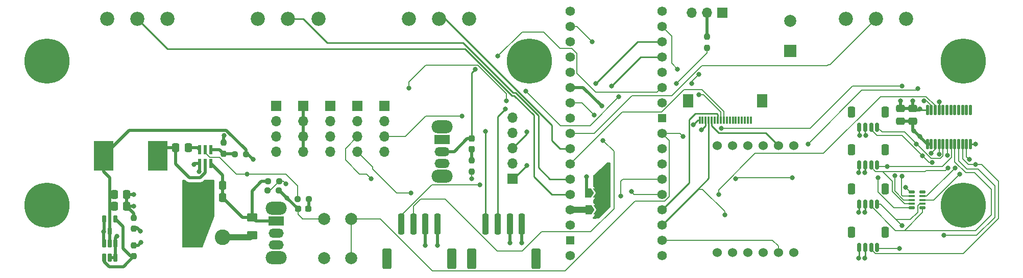
<source format=gbr>
%TF.GenerationSoftware,KiCad,Pcbnew,7.0.1-0*%
%TF.CreationDate,2023-07-27T20:08:02-04:00*%
%TF.ProjectId,Segway V3,53656777-6179-4205-9633-2e6b69636164,V1*%
%TF.SameCoordinates,Original*%
%TF.FileFunction,Copper,L1,Top*%
%TF.FilePolarity,Positive*%
%FSLAX46Y46*%
G04 Gerber Fmt 4.6, Leading zero omitted, Abs format (unit mm)*
G04 Created by KiCad (PCBNEW 7.0.1-0) date 2023-07-27 20:08:02*
%MOMM*%
%LPD*%
G01*
G04 APERTURE LIST*
G04 Aperture macros list*
%AMRoundRect*
0 Rectangle with rounded corners*
0 $1 Rounding radius*
0 $2 $3 $4 $5 $6 $7 $8 $9 X,Y pos of 4 corners*
0 Add a 4 corners polygon primitive as box body*
4,1,4,$2,$3,$4,$5,$6,$7,$8,$9,$2,$3,0*
0 Add four circle primitives for the rounded corners*
1,1,$1+$1,$2,$3*
1,1,$1+$1,$4,$5*
1,1,$1+$1,$6,$7*
1,1,$1+$1,$8,$9*
0 Add four rect primitives between the rounded corners*
20,1,$1+$1,$2,$3,$4,$5,0*
20,1,$1+$1,$4,$5,$6,$7,0*
20,1,$1+$1,$6,$7,$8,$9,0*
20,1,$1+$1,$8,$9,$2,$3,0*%
%AMFreePoly0*
4,1,6,1.000000,0.000000,0.500000,-0.750000,-0.500000,-0.750000,-0.500000,0.750000,0.500000,0.750000,1.000000,0.000000,1.000000,0.000000,$1*%
%AMFreePoly1*
4,1,6,0.500000,-0.750000,-0.650000,-0.750000,-0.150000,0.000000,-0.650000,0.750000,0.500000,0.750000,0.500000,-0.750000,0.500000,-0.750000,$1*%
G04 Aperture macros list end*
%TA.AperFunction,ComponentPad*%
%ADD10C,7.500000*%
%TD*%
%TA.AperFunction,SMDPad,CuDef*%
%ADD11RoundRect,0.237500X-0.237500X0.287500X-0.237500X-0.287500X0.237500X-0.287500X0.237500X0.287500X0*%
%TD*%
%TA.AperFunction,SMDPad,CuDef*%
%ADD12RoundRect,0.250000X-0.337500X-0.475000X0.337500X-0.475000X0.337500X0.475000X-0.337500X0.475000X0*%
%TD*%
%TA.AperFunction,SMDPad,CuDef*%
%ADD13RoundRect,0.250000X-0.475000X0.337500X-0.475000X-0.337500X0.475000X-0.337500X0.475000X0.337500X0*%
%TD*%
%TA.AperFunction,SMDPad,CuDef*%
%ADD14RoundRect,0.237500X0.237500X-0.250000X0.237500X0.250000X-0.237500X0.250000X-0.237500X-0.250000X0*%
%TD*%
%TA.AperFunction,SMDPad,CuDef*%
%ADD15RoundRect,0.150000X-0.150000X-0.625000X0.150000X-0.625000X0.150000X0.625000X-0.150000X0.625000X0*%
%TD*%
%TA.AperFunction,SMDPad,CuDef*%
%ADD16RoundRect,0.250000X-0.350000X-0.650000X0.350000X-0.650000X0.350000X0.650000X-0.350000X0.650000X0*%
%TD*%
%TA.AperFunction,SMDPad,CuDef*%
%ADD17FreePoly0,0.000000*%
%TD*%
%TA.AperFunction,SMDPad,CuDef*%
%ADD18FreePoly1,0.000000*%
%TD*%
%TA.AperFunction,SMDPad,CuDef*%
%ADD19RoundRect,0.250000X0.337500X0.475000X-0.337500X0.475000X-0.337500X-0.475000X0.337500X-0.475000X0*%
%TD*%
%TA.AperFunction,ComponentPad*%
%ADD20C,2.340000*%
%TD*%
%TA.AperFunction,SMDPad,CuDef*%
%ADD21RoundRect,0.250000X-0.250000X-1.500000X0.250000X-1.500000X0.250000X1.500000X-0.250000X1.500000X0*%
%TD*%
%TA.AperFunction,SMDPad,CuDef*%
%ADD22RoundRect,0.250001X-0.499999X-1.449999X0.499999X-1.449999X0.499999X1.449999X-0.499999X1.449999X0*%
%TD*%
%TA.AperFunction,ComponentPad*%
%ADD23R,2.600000X2.600000*%
%TD*%
%TA.AperFunction,ComponentPad*%
%ADD24C,2.600000*%
%TD*%
%TA.AperFunction,ComponentPad*%
%ADD25R,1.700000X1.700000*%
%TD*%
%TA.AperFunction,ComponentPad*%
%ADD26O,1.700000X1.700000*%
%TD*%
%TA.AperFunction,ComponentPad*%
%ADD27C,2.000000*%
%TD*%
%TA.AperFunction,ComponentPad*%
%ADD28C,1.574800*%
%TD*%
%TA.AperFunction,ComponentPad*%
%ADD29R,1.473200X1.473200*%
%TD*%
%TA.AperFunction,SMDPad,CuDef*%
%ADD30RoundRect,0.237500X0.250000X0.237500X-0.250000X0.237500X-0.250000X-0.237500X0.250000X-0.237500X0*%
%TD*%
%TA.AperFunction,SMDPad,CuDef*%
%ADD31RoundRect,0.041300X0.253700X-0.683700X0.253700X0.683700X-0.253700X0.683700X-0.253700X-0.683700X0*%
%TD*%
%TA.AperFunction,SMDPad,CuDef*%
%ADD32RoundRect,0.237500X-0.287500X-0.237500X0.287500X-0.237500X0.287500X0.237500X-0.287500X0.237500X0*%
%TD*%
%TA.AperFunction,SMDPad,CuDef*%
%ADD33RoundRect,0.237500X-0.250000X-0.237500X0.250000X-0.237500X0.250000X0.237500X-0.250000X0.237500X0*%
%TD*%
%TA.AperFunction,SMDPad,CuDef*%
%ADD34RoundRect,0.250001X-0.624999X0.462499X-0.624999X-0.462499X0.624999X-0.462499X0.624999X0.462499X0*%
%TD*%
%TA.AperFunction,SMDPad,CuDef*%
%ADD35RoundRect,0.090000X0.210000X-0.585000X0.210000X0.585000X-0.210000X0.585000X-0.210000X-0.585000X0*%
%TD*%
%TA.AperFunction,ComponentPad*%
%ADD36C,1.524000*%
%TD*%
%TA.AperFunction,SMDPad,CuDef*%
%ADD37RoundRect,0.020500X-0.429500X-0.184500X0.429500X-0.184500X0.429500X0.184500X-0.429500X0.184500X0*%
%TD*%
%TA.AperFunction,SMDPad,CuDef*%
%ADD38RoundRect,0.012400X-0.437600X-0.142600X0.437600X-0.142600X0.437600X0.142600X-0.437600X0.142600X0*%
%TD*%
%TA.AperFunction,SMDPad,CuDef*%
%ADD39RoundRect,0.020500X0.429500X0.184500X-0.429500X0.184500X-0.429500X-0.184500X0.429500X-0.184500X0*%
%TD*%
%TA.AperFunction,SMDPad,CuDef*%
%ADD40RoundRect,0.012400X0.437600X0.142600X-0.437600X0.142600X-0.437600X-0.142600X0.437600X-0.142600X0*%
%TD*%
%TA.AperFunction,SMDPad,CuDef*%
%ADD41R,3.175000X4.950000*%
%TD*%
%TA.AperFunction,ComponentPad*%
%ADD42O,3.500000X2.200000*%
%TD*%
%TA.AperFunction,ComponentPad*%
%ADD43R,2.500000X1.500000*%
%TD*%
%TA.AperFunction,ComponentPad*%
%ADD44O,2.500000X1.500000*%
%TD*%
%TA.AperFunction,SMDPad,CuDef*%
%ADD45RoundRect,0.020500X0.184500X-0.764500X0.184500X0.764500X-0.184500X0.764500X-0.184500X-0.764500X0*%
%TD*%
%TA.AperFunction,SMDPad,CuDef*%
%ADD46R,0.300000X1.300000*%
%TD*%
%TA.AperFunction,SMDPad,CuDef*%
%ADD47R,1.800000X2.200000*%
%TD*%
%TA.AperFunction,ComponentPad*%
%ADD48R,2.000000X2.000000*%
%TD*%
%TA.AperFunction,SMDPad,CuDef*%
%ADD49RoundRect,0.048800X-0.256200X0.541200X-0.256200X-0.541200X0.256200X-0.541200X0.256200X0.541200X0*%
%TD*%
%TA.AperFunction,ViaPad*%
%ADD50C,0.800000*%
%TD*%
%TA.AperFunction,Conductor*%
%ADD51C,0.500000*%
%TD*%
%TA.AperFunction,Conductor*%
%ADD52C,0.250000*%
%TD*%
%TA.AperFunction,Conductor*%
%ADD53C,0.200000*%
%TD*%
%TA.AperFunction,Conductor*%
%ADD54C,0.127000*%
%TD*%
%TA.AperFunction,Conductor*%
%ADD55C,1.000000*%
%TD*%
G04 APERTURE END LIST*
D10*
%TO.P,REF\u002A\u002A,2*%
%TO.N,GND*%
X80000000Y-112000000D03*
%TD*%
D11*
%TO.P,D1,1,K*%
%TO.N,/MOTOR_EN*%
X150400000Y-124925000D03*
%TO.P,D1,2,A*%
%TO.N,Net-(D1-A)*%
X150400000Y-126675000D03*
%TD*%
D12*
%TO.P,Cout2,1*%
%TO.N,/BUCK_5V*%
X91162500Y-136200000D03*
%TO.P,Cout2,2*%
%TO.N,GND*%
X93237500Y-136200000D03*
%TD*%
D13*
%TO.P,C_i2C1,1*%
%TO.N,+3.3V*%
X223600000Y-119925000D03*
%TO.P,C_i2C1,2*%
%TO.N,GND*%
X223600000Y-122000000D03*
%TD*%
D14*
%TO.P,R_LED1,1*%
%TO.N,/WS2812*%
X189500000Y-109825000D03*
%TO.P,R_LED1,2*%
%TO.N,Net-(J2-Pin_2)*%
X189500000Y-108000000D03*
%TD*%
D15*
%TO.P,Qw4,1,GND*%
%TO.N,GND*%
X214700000Y-143000000D03*
%TO.P,Qw4,2,3.3V*%
%TO.N,+3.3V*%
X215700000Y-143000000D03*
%TO.P,Qw4,3,SDA*%
%TO.N,/SD3*%
X216700000Y-143000000D03*
%TO.P,Qw4,4,SCL*%
%TO.N,/SC3*%
X217700000Y-143000000D03*
D16*
%TO.P,Qw4,MP*%
%TO.N,N/C*%
X213400000Y-140475000D03*
X219000000Y-140475000D03*
%TD*%
D17*
%TO.P,JP2,1,A*%
%TO.N,/LDO2*%
X169775000Y-134000000D03*
D18*
%TO.P,JP2,2,B*%
%TO.N,+3.3V*%
X171225000Y-134000000D03*
%TD*%
D19*
%TO.P,Cin2,1*%
%TO.N,/VBAT*%
X109087500Y-132712500D03*
%TO.P,Cin2,2*%
%TO.N,GND*%
X107012500Y-132712500D03*
%TD*%
D20*
%TO.P,POT3,1,1*%
%TO.N,+3.3V*%
X150000000Y-105000000D03*
%TO.P,POT3,2,2*%
%TO.N,/A3*%
X145000000Y-105000000D03*
%TO.P,POT3,3,3*%
%TO.N,GND*%
X140000000Y-105000000D03*
%TD*%
%TO.P,POT2,1,1*%
%TO.N,+3.3V*%
X125000000Y-105000000D03*
%TO.P,POT2,2,2*%
%TO.N,/A1*%
X120000000Y-105000000D03*
%TO.P,POT2,3,3*%
%TO.N,GND*%
X115000000Y-105000000D03*
%TD*%
D21*
%TO.P,E2,1,A*%
%TO.N,/HALL_R_A*%
X152750000Y-139150000D03*
%TO.P,E2,2,B*%
%TO.N,/HALL_R_B*%
X154750000Y-139150000D03*
%TO.P,E2,3,VCC*%
%TO.N,+3.3V*%
X156750000Y-139150000D03*
%TO.P,E2,4,GND*%
%TO.N,GND*%
X158750000Y-139150000D03*
D22*
%TO.P,E2,MP*%
%TO.N,N/C*%
X150400000Y-144900000D03*
X161100000Y-144900000D03*
%TD*%
D14*
%TO.P,R_ZVD_2,1*%
%TO.N,Net-(Q1-Pad1)*%
X94400000Y-144475000D03*
%TO.P,R_ZVD_2,2*%
%TO.N,GND*%
X94400000Y-142650000D03*
%TD*%
D23*
%TO.P,J9,1,Pin_1*%
%TO.N,GND*%
X104107502Y-141307500D03*
D24*
%TO.P,J9,2,Pin_2*%
%TO.N,Net-(J9-Pin_2)*%
X109107502Y-141307500D03*
%TD*%
D15*
%TO.P,Qw2,1,GND*%
%TO.N,GND*%
X214700000Y-129325000D03*
%TO.P,Qw2,2,3.3V*%
%TO.N,+3.3V*%
X215700000Y-129325000D03*
%TO.P,Qw2,3,SDA*%
%TO.N,/SD1*%
X216700000Y-129325000D03*
%TO.P,Qw2,4,SCL*%
%TO.N,/SC1*%
X217700000Y-129325000D03*
D16*
%TO.P,Qw2,MP*%
%TO.N,N/C*%
X213400000Y-126800000D03*
X219000000Y-126800000D03*
%TD*%
D25*
%TO.P,J5,1,Pin_1*%
%TO.N,/BUCK_5V*%
X122500000Y-119500000D03*
D26*
%TO.P,J5,2,Pin_2*%
X122500000Y-122040000D03*
%TO.P,J5,3,Pin_3*%
X122500000Y-124580000D03*
%TO.P,J5,4,Pin_4*%
X122500000Y-127120000D03*
%TD*%
D27*
%TO.P,RST,1,1*%
%TO.N,/RST*%
X130500000Y-138262500D03*
X130500000Y-144762500D03*
%TO.P,RST,2,2*%
%TO.N,GND*%
X126000000Y-138262500D03*
X126000000Y-144762500D03*
%TD*%
D25*
%TO.P,J6,1,Pin_1*%
%TO.N,GND*%
X131500000Y-119500000D03*
D26*
%TO.P,J6,2,Pin_2*%
%TO.N,+3.3V*%
X131500000Y-122040000D03*
%TO.P,J6,3,Pin_3*%
%TO.N,/SDA*%
X131500000Y-124580000D03*
%TO.P,J6,4,Pin_4*%
%TO.N,/SCL*%
X131500000Y-127120000D03*
%TD*%
D28*
%TO.P,U1,1,VBAT*%
%TO.N,unconnected-(U1-VBAT-Pad1)*%
X166760000Y-144360000D03*
D29*
%TO.P,U1,2,GND*%
%TO.N,GND*%
X166760000Y-141820000D03*
D28*
%TO.P,U1,3,5V*%
%TO.N,+5V*%
X166760000Y-139280000D03*
%TO.P,U1,4,3V3*%
%TO.N,/LD01*%
X166760000Y-136740000D03*
%TO.P,U1,5,IO1*%
%TO.N,/A0*%
X166760000Y-134200000D03*
%TO.P,U1,6,IO2*%
%TO.N,/A1*%
X166760000Y-131660000D03*
%TO.P,U1,7,IO3*%
%TO.N,/TFT_CS*%
X166760000Y-129120000D03*
%TO.P,U1,8,IO4*%
%TO.N,/A3*%
X166760000Y-126580000D03*
%TO.P,U1,9,IO5*%
%TO.N,/A4*%
X166760000Y-124040000D03*
%TO.P,U1,10,IO21*%
%TO.N,/HALL_L_A*%
X166760000Y-121500000D03*
%TO.P,U1,11,IO0*%
%TO.N,/HALL_L_B*%
X166760000Y-118960000D03*
%TO.P,U1,12,LDO2_OUT*%
%TO.N,/LDO2*%
X166760000Y-116420000D03*
%TO.P,U1,13,IO16*%
%TO.N,/HALL_R_A*%
X166760000Y-113880000D03*
%TO.P,U1,14,IO15*%
%TO.N,/HALL_R_B*%
X166760000Y-111340000D03*
%TO.P,U1,15,IO14*%
%TO.N,/IMU_RST*%
X166760000Y-108800000D03*
%TO.P,U1,16,IO13*%
%TO.N,/IMU_INT*%
X166760000Y-106260000D03*
%TO.P,U1,17,IO12*%
%TO.N,/IMU_CS*%
X166760000Y-103720000D03*
%TO.P,U1,18,IO42*%
%TO.N,unconnected-(U1-IO42-Pad18)*%
X182000000Y-103720000D03*
%TO.P,U1,19,IO41*%
%TO.N,/TFT_RST*%
X182000000Y-106260000D03*
%TO.P,U1,20,IO40*%
%TO.N,/DIR2*%
X182000000Y-108800000D03*
%TO.P,U1,21,IO39*%
%TO.N,/DIR1*%
X182000000Y-111340000D03*
%TO.P,U1,22,IO38*%
%TO.N,/MOTOR_EN*%
X182000000Y-113880000D03*
%TO.P,U1,23,RX*%
%TO.N,/RX*%
X182000000Y-116420000D03*
%TO.P,U1,24,TX*%
%TO.N,/TX*%
X182000000Y-118960000D03*
D29*
%TO.P,U1,25,GND*%
%TO.N,GND*%
X182000000Y-121500000D03*
D28*
%TO.P,U1,26,RST*%
%TO.N,/RST*%
X182000000Y-124040000D03*
%TO.P,U1,27,IO6*%
%TO.N,/BAT_READING*%
X182000000Y-126580000D03*
%TO.P,U1,28,IO7*%
%TO.N,/WS2812*%
X182000000Y-129120000D03*
%TO.P,U1,29,IO8*%
%TO.N,/SDA*%
X182000000Y-131660000D03*
%TO.P,U1,30,IO9*%
%TO.N,/SCL*%
X182000000Y-134200000D03*
%TO.P,U1,31,IO34*%
%TO.N,/TFT_D{slash}C*%
X182000000Y-136740000D03*
%TO.P,U1,32,IO36*%
%TO.N,/SCK*%
X182000000Y-139280000D03*
%TO.P,U1,33,IO37*%
%TO.N,/MISO*%
X182000000Y-141820000D03*
%TO.P,U1,34,IO35*%
%TO.N,/MOSI*%
X182000000Y-144360000D03*
%TD*%
D10*
%TO.P,REF\u002A\u002A,5*%
%TO.N,GND*%
X160000000Y-112000000D03*
%TD*%
D25*
%TO.P,J2,1,Pin_1*%
%TO.N,GND*%
X192000000Y-104000000D03*
D26*
%TO.P,J2,2,Pin_2*%
%TO.N,Net-(J2-Pin_2)*%
X189460000Y-104000000D03*
%TO.P,J2,3,Pin_3*%
%TO.N,/BUCK_5V*%
X186920000Y-104000000D03*
%TD*%
D20*
%TO.P,POT4,1,1*%
%TO.N,+3.3V*%
X222500000Y-105000000D03*
%TO.P,POT4,2,2*%
%TO.N,/A4*%
X217500000Y-105000000D03*
%TO.P,POT4,3,3*%
%TO.N,GND*%
X212500000Y-105000000D03*
%TD*%
D30*
%TO.P,Rfbt1,1*%
%TO.N,/BUCK_5V*%
X113000000Y-127500000D03*
%TO.P,Rfbt1,2*%
%TO.N,Net-(U3-VFB)*%
X111175000Y-127500000D03*
%TD*%
D31*
%TO.P,U3,1,GND*%
%TO.N,GND*%
X105307502Y-129080000D03*
%TO.P,U3,2,SW*%
%TO.N,Net-(U3-SW)*%
X106257502Y-129080000D03*
%TO.P,U3,3,VIN*%
%TO.N,/VBAT*%
X107207502Y-129080000D03*
%TO.P,U3,4,VFB*%
%TO.N,Net-(U3-VFB)*%
X107207502Y-126770000D03*
%TO.P,U3,5,EN*%
%TO.N,/PWR_EN*%
X106257502Y-126770000D03*
%TO.P,U3,6,VBST*%
%TO.N,Net-(U3-VBST)*%
X105307502Y-126770000D03*
%TD*%
D32*
%TO.P,D2,1,K*%
%TO.N,GND*%
X121625000Y-136600000D03*
%TO.P,D2,2,A*%
%TO.N,Net-(D2-A)*%
X123375000Y-136600000D03*
%TD*%
D10*
%TO.P,REF\u002A\u002A,3*%
%TO.N,GND*%
X232000000Y-112000000D03*
%TD*%
D33*
%TO.P,RBAT2,1*%
%TO.N,/BAT_READING*%
X116587500Y-133500000D03*
%TO.P,RBAT2,2*%
%TO.N,GND*%
X118412500Y-133500000D03*
%TD*%
D25*
%TO.P,J8,1,Pin_1*%
%TO.N,/DIR1*%
X157250000Y-131575000D03*
D26*
%TO.P,J8,2,Pin_2*%
%TO.N,+3.3V*%
X157250000Y-129035000D03*
%TO.P,J8,3,Pin_3*%
%TO.N,/DIR2*%
X157250000Y-126495000D03*
%TO.P,J8,4,Pin_4*%
%TO.N,+3.3V*%
X157250000Y-123955000D03*
%TO.P,J8,5,Pin_5*%
%TO.N,GND*%
X157250000Y-121415000D03*
%TD*%
D25*
%TO.P,J7,1,Pin_1*%
%TO.N,GND*%
X136000000Y-119500000D03*
D26*
%TO.P,J7,2,Pin_2*%
%TO.N,+3.3V*%
X136000000Y-122040000D03*
%TO.P,J7,3,Pin_3*%
%TO.N,/RX*%
X136000000Y-124580000D03*
%TO.P,J7,4,Pin_4*%
%TO.N,/TX*%
X136000000Y-127120000D03*
%TD*%
D34*
%TO.P,F1,1*%
%TO.N,/VBAT*%
X114000000Y-138025000D03*
%TO.P,F1,2*%
%TO.N,Net-(J9-Pin_2)*%
X114000000Y-141000000D03*
%TD*%
D35*
%TO.P,Q1,1*%
%TO.N,Net-(Q1-Pad1)*%
X89450000Y-144747500D03*
%TO.P,Q1,2*%
%TO.N,Net-(Q1-Pad2)*%
X90400000Y-144747500D03*
%TO.P,Q1,3*%
X91350000Y-144747500D03*
%TO.P,Q1,4*%
X91350000Y-142377500D03*
%TO.P,Q1,5*%
%TO.N,/BUCK_5V*%
X90400000Y-142377500D03*
%TO.P,Q1,6*%
%TO.N,+5V*%
X89450000Y-142377500D03*
%TD*%
D15*
%TO.P,Qw3,1,GND*%
%TO.N,GND*%
X214700000Y-135825000D03*
%TO.P,Qw3,2,3.3V*%
%TO.N,+3.3V*%
X215700000Y-135825000D03*
%TO.P,Qw3,3,SDA*%
%TO.N,/SD2*%
X216700000Y-135825000D03*
%TO.P,Qw3,4,SCL*%
%TO.N,/SC2*%
X217700000Y-135825000D03*
D16*
%TO.P,Qw3,MP*%
%TO.N,N/C*%
X213400000Y-133300000D03*
X219000000Y-133300000D03*
%TD*%
D30*
%TO.P,R_PWR1,1*%
%TO.N,Net-(D2-A)*%
X123412500Y-135000000D03*
%TO.P,R_PWR1,2*%
%TO.N,/PWR_EN*%
X121587500Y-135000000D03*
%TD*%
D19*
%TO.P,Cin1,1*%
%TO.N,/VBAT*%
X109125000Y-134712500D03*
%TO.P,Cin1,2*%
%TO.N,GND*%
X107050000Y-134712500D03*
%TD*%
D25*
%TO.P,J3,1,Pin_1*%
%TO.N,+3.3V*%
X127000000Y-119500000D03*
D26*
%TO.P,J3,2,Pin_2*%
X127000000Y-122040000D03*
%TO.P,J3,3,Pin_3*%
X127000000Y-124580000D03*
%TO.P,J3,4,Pin_4*%
X127000000Y-127120000D03*
%TD*%
D10*
%TO.P,REF\u002A\u002A,2*%
%TO.N,GND*%
X80000000Y-136000000D03*
%TD*%
D14*
%TO.P,Rfbb1,1*%
%TO.N,Net-(U3-VFB)*%
X109300000Y-127412500D03*
%TO.P,Rfbb1,2*%
%TO.N,GND*%
X109300000Y-125587500D03*
%TD*%
D17*
%TO.P,JP1,1,A*%
%TO.N,/LD01*%
X169800000Y-136750000D03*
D18*
%TO.P,JP1,2,B*%
%TO.N,+3.3V*%
X171250000Y-136750000D03*
%TD*%
D12*
%TO.P,Cbst1,1*%
%TO.N,Net-(U3-SW)*%
X101362500Y-126412500D03*
%TO.P,Cbst1,2*%
%TO.N,Net-(U3-VBST)*%
X103437500Y-126412500D03*
%TD*%
D36*
%TO.P,A1,1,Vin*%
%TO.N,+3.3V*%
X191150000Y-143890000D03*
%TO.P,A1,2,3Vo*%
%TO.N,unconnected-(A1-3Vo-Pad2)*%
X193690000Y-143890000D03*
%TO.P,A1,3,GND*%
%TO.N,GND*%
X196230000Y-143890000D03*
%TO.P,A1,4,SCL*%
%TO.N,/SCK*%
X198770000Y-143890000D03*
%TO.P,A1,5,SDA*%
%TO.N,/MISO*%
X201310000Y-143890000D03*
%TO.P,A1,6,INT*%
%TO.N,/IMU_INT*%
X203850000Y-143890000D03*
%TO.P,A1,7,BT*%
%TO.N,unconnected-(A1-BT-Pad7)*%
X191150000Y-126110000D03*
%TO.P,A1,8,P0*%
%TO.N,+3.3V*%
X193690000Y-126110000D03*
%TO.P,A1,9,P1*%
X196230000Y-126110000D03*
%TO.P,A1,10,RST*%
%TO.N,/IMU_RST*%
X198770000Y-126110000D03*
%TO.P,A1,11,DI*%
%TO.N,/MOSI*%
X201310000Y-126110000D03*
%TO.P,A1,12,CS*%
%TO.N,/IMU_CS*%
X203850000Y-126110000D03*
%TD*%
D14*
%TO.P,R_MOTOR1,1*%
%TO.N,+3.3V*%
X150400000Y-130400000D03*
%TO.P,R_MOTOR1,2*%
%TO.N,Net-(D1-A)*%
X150400000Y-128575000D03*
%TD*%
D37*
%TO.P,RN1,1,common*%
%TO.N,+3.3V*%
X223430000Y-133800000D03*
D38*
%TO.P,RN1,2,R1*%
%TO.N,/SD0*%
X223430000Y-134490000D03*
%TO.P,RN1,3,R2*%
%TO.N,/SC0*%
X223430000Y-135130000D03*
%TO.P,RN1,4,R3*%
%TO.N,/SD1*%
X223430000Y-135770000D03*
D37*
%TO.P,RN1,5,R4*%
%TO.N,/SC1*%
X223430000Y-136460000D03*
D39*
%TO.P,RN1,6,R5*%
%TO.N,/SD2*%
X225200000Y-136460000D03*
D40*
%TO.P,RN1,7,R6*%
%TO.N,/SC2*%
X225200000Y-135770000D03*
%TO.P,RN1,8,R7*%
%TO.N,/SD3*%
X225200000Y-135130000D03*
%TO.P,RN1,9,R8*%
%TO.N,/SC3*%
X225200000Y-134490000D03*
D39*
%TO.P,RN1,10*%
%TO.N,N/C*%
X225200000Y-133800000D03*
%TD*%
D21*
%TO.P,E1,1,A*%
%TO.N,/HALL_L_A*%
X138750000Y-139150000D03*
%TO.P,E1,2,B*%
%TO.N,/HALL_L_B*%
X140750000Y-139150000D03*
%TO.P,E1,3,VCC*%
%TO.N,+3.3V*%
X142750000Y-139150000D03*
%TO.P,E1,4,GND*%
%TO.N,GND*%
X144750000Y-139150000D03*
D22*
%TO.P,E1,MP*%
%TO.N,N/C*%
X136400000Y-144900000D03*
X147100000Y-144900000D03*
%TD*%
D13*
%TO.P,C_i2C2,1*%
%TO.N,+3.3V*%
X221600000Y-119925000D03*
%TO.P,C_i2C2,2*%
%TO.N,GND*%
X221600000Y-122000000D03*
%TD*%
D41*
%TO.P,L1,1,1*%
%TO.N,Net-(U3-SW)*%
X98407500Y-127812500D03*
%TO.P,L1,2,2*%
%TO.N,/BUCK_5V*%
X89392500Y-127812500D03*
%TD*%
D25*
%TO.P,J4,1,Pin_1*%
%TO.N,GND*%
X118000000Y-119500000D03*
D26*
%TO.P,J4,2,Pin_2*%
X118000000Y-122040000D03*
%TO.P,J4,3,Pin_3*%
X118000000Y-124580000D03*
%TO.P,J4,4,Pin_4*%
X118000000Y-127120000D03*
%TD*%
D12*
%TO.P,Cout1,1*%
%TO.N,/BUCK_5V*%
X91162500Y-134200000D03*
%TO.P,Cout1,2*%
%TO.N,GND*%
X93237500Y-134200000D03*
%TD*%
D33*
%TO.P,RBAT1,1*%
%TO.N,/VBAT*%
X116675000Y-132000000D03*
%TO.P,RBAT1,2*%
%TO.N,/BAT_READING*%
X118500000Y-132000000D03*
%TD*%
D42*
%TO.P,S1,*%
%TO.N,*%
X118000000Y-136512500D03*
X118000000Y-144712500D03*
D43*
%TO.P,S1,1*%
%TO.N,/VBAT*%
X118000000Y-138612500D03*
D44*
%TO.P,S1,2*%
%TO.N,/PWR_EN*%
X118000000Y-140612500D03*
%TO.P,S1,3*%
%TO.N,GND*%
X118000000Y-142612500D03*
%TD*%
D42*
%TO.P,MOTOR_SW1,*%
%TO.N,*%
X145500000Y-122975000D03*
X145500000Y-131175000D03*
D43*
%TO.P,MOTOR_SW1,1,A*%
%TO.N,unconnected-(MOTOR_SW1-A-Pad1)*%
X145500000Y-125075000D03*
D44*
%TO.P,MOTOR_SW1,2,B*%
%TO.N,/MOTOR_EN*%
X145500000Y-127075000D03*
%TO.P,MOTOR_SW1,3,C*%
%TO.N,GND*%
X145500000Y-129075000D03*
%TD*%
D45*
%TO.P,U2,1,A0*%
%TO.N,GND*%
X226025000Y-125870000D03*
%TO.P,U2,2,A1*%
X226675000Y-125870000D03*
%TO.P,U2,3,~{RESET}*%
%TO.N,/RST*%
X227325000Y-125870000D03*
%TO.P,U2,4,SD0*%
%TO.N,/SD0*%
X227975000Y-125870000D03*
%TO.P,U2,5,SC0*%
%TO.N,/SC0*%
X228625000Y-125870000D03*
%TO.P,U2,6,SD1*%
%TO.N,/SD1*%
X229275000Y-125870000D03*
%TO.P,U2,7,SC1*%
%TO.N,/SC1*%
X229925000Y-125870000D03*
%TO.P,U2,8,SD2*%
%TO.N,/SD2*%
X230575000Y-125870000D03*
%TO.P,U2,9,SC2*%
%TO.N,/SC2*%
X231225000Y-125870000D03*
%TO.P,U2,10,SD3*%
%TO.N,/SD3*%
X231875000Y-125870000D03*
%TO.P,U2,11,SC3*%
%TO.N,/SC3*%
X232525000Y-125870000D03*
%TO.P,U2,12,GND*%
%TO.N,GND*%
X233175000Y-125870000D03*
%TO.P,U2,13,SD4*%
%TO.N,unconnected-(U2-SD4-Pad13)*%
X233175000Y-120130000D03*
%TO.P,U2,14,SC4*%
%TO.N,unconnected-(U2-SC4-Pad14)*%
X232525000Y-120130000D03*
%TO.P,U2,15,SD5*%
%TO.N,unconnected-(U2-SD5-Pad15)*%
X231875000Y-120130000D03*
%TO.P,U2,16,SC5*%
%TO.N,unconnected-(U2-SC5-Pad16)*%
X231225000Y-120130000D03*
%TO.P,U2,17,SD6*%
%TO.N,unconnected-(U2-SD6-Pad17)*%
X230575000Y-120130000D03*
%TO.P,U2,18,SC6*%
%TO.N,unconnected-(U2-SC6-Pad18)*%
X229925000Y-120130000D03*
%TO.P,U2,19,SD7*%
%TO.N,unconnected-(U2-SD7-Pad19)*%
X229275000Y-120130000D03*
%TO.P,U2,20,SC7*%
%TO.N,unconnected-(U2-SC7-Pad20)*%
X228625000Y-120130000D03*
%TO.P,U2,21,A2*%
%TO.N,GND*%
X227975000Y-120130000D03*
%TO.P,U2,22,SCL*%
%TO.N,/SCL*%
X227325000Y-120130000D03*
%TO.P,U2,23,SDA*%
%TO.N,/SDA*%
X226675000Y-120130000D03*
%TO.P,U2,24,VCC*%
%TO.N,+3.3V*%
X226025000Y-120130000D03*
%TD*%
D15*
%TO.P,Qw1,1,GND*%
%TO.N,GND*%
X214700000Y-123000000D03*
%TO.P,Qw1,2,3.3V*%
%TO.N,+3.3V*%
X215700000Y-123000000D03*
%TO.P,Qw1,3,SDA*%
%TO.N,/SD0*%
X216700000Y-123000000D03*
%TO.P,Qw1,4,SCL*%
%TO.N,/SC0*%
X217700000Y-123000000D03*
D16*
%TO.P,Qw1,MP*%
%TO.N,N/C*%
X213400000Y-120475000D03*
X219000000Y-120475000D03*
%TD*%
D20*
%TO.P,POT1,1,1*%
%TO.N,+3.3V*%
X100000000Y-105000000D03*
%TO.P,POT1,2,2*%
%TO.N,/A0*%
X95000000Y-105000000D03*
%TO.P,POT1,3,3*%
%TO.N,GND*%
X90000000Y-105000000D03*
%TD*%
D14*
%TO.P,R_ZVD_1,1*%
%TO.N,Net-(Q1-Pad2)*%
X94400000Y-139912500D03*
%TO.P,R_ZVD_1,2*%
%TO.N,GND*%
X94400000Y-138087500D03*
%TD*%
D10*
%TO.P,REF\u002A\u002A,4*%
%TO.N,GND*%
X232000000Y-136000000D03*
%TD*%
D46*
%TO.P,U4,1,GPIO2*%
%TO.N,unconnected-(U4-GPIO2-Pad1)*%
X196750000Y-121850000D03*
%TO.P,U4,2,GPIO1*%
%TO.N,unconnected-(U4-GPIO1-Pad2)*%
X196250000Y-121850000D03*
%TO.P,U4,3,BUSY/TE*%
%TO.N,unconnected-(U4-BUSY{slash}TE-Pad3)*%
X195750000Y-121850000D03*
%TO.P,U4,4,INT*%
%TO.N,unconnected-(U4-INT-Pad4)*%
X195250000Y-121850000D03*
%TO.P,U4,5,SDA*%
%TO.N,unconnected-(U4-SDA-Pad5)*%
X194750000Y-121850000D03*
%TO.P,U4,6,SCL*%
%TO.N,unconnected-(U4-SCL-Pad6)*%
X194250000Y-121850000D03*
%TO.P,U4,7,TS_CS*%
%TO.N,unconnected-(U4-TS_CS-Pad7)*%
X193750000Y-121850000D03*
%TO.P,U4,8,MEM_CS*%
%TO.N,unconnected-(U4-MEM_CS-Pad8)*%
X193250000Y-121850000D03*
%TO.P,U4,9,SD_CS*%
%TO.N,unconnected-(U4-SD_CS-Pad9)*%
X192750000Y-121850000D03*
%TO.P,U4,10,DISP_CS*%
%TO.N,/TFT_CS*%
X192250000Y-121850000D03*
%TO.P,U4,11,RESET*%
%TO.N,/TFT_RST*%
X191750000Y-121850000D03*
%TO.P,U4,12,DC*%
%TO.N,/TFT_D{slash}C*%
X191250000Y-121850000D03*
%TO.P,U4,13,MISO*%
%TO.N,unconnected-(U4-MISO-Pad13)*%
X190750000Y-121850000D03*
%TO.P,U4,14,MOSI*%
%TO.N,/MOSI*%
X190250000Y-121850000D03*
%TO.P,U4,15,SCK*%
%TO.N,/SCK*%
X189750000Y-121850000D03*
%TO.P,U4,16,GND*%
%TO.N,GND*%
X189250000Y-121850000D03*
%TO.P,U4,17,BACKLITE*%
%TO.N,unconnected-(U4-BACKLITE-Pad17)*%
X188750000Y-121850000D03*
%TO.P,U4,18,VCC*%
%TO.N,+3.3V*%
X188250000Y-121850000D03*
D47*
%TO.P,U4,MP*%
%TO.N,N/C*%
X198650000Y-118600000D03*
X186350000Y-118600000D03*
%TD*%
D48*
%TO.P,C_LED1,1*%
%TO.N,/BUCK_5V*%
X203250000Y-110367677D03*
D27*
%TO.P,C_LED1,2*%
%TO.N,GND*%
X203250000Y-105367677D03*
%TD*%
D49*
%TO.P,Q2,1*%
%TO.N,Net-(Q1-Pad1)*%
X91315000Y-138287500D03*
%TO.P,Q2,2*%
%TO.N,+5V*%
X89485000Y-138287500D03*
%TO.P,Q2,3*%
%TO.N,/BUCK_5V*%
X90400000Y-140337500D03*
%TD*%
D50*
%TO.N,+3.3V*%
X172000000Y-131000000D03*
X173000000Y-130000000D03*
X142750000Y-142699500D03*
X172000000Y-132000000D03*
X171000000Y-132000000D03*
X150400000Y-131600000D03*
X173000000Y-132000000D03*
X222400000Y-133000000D03*
X187200000Y-122600000D03*
X215600000Y-137200000D03*
X215800000Y-124400000D03*
X221600000Y-118600000D03*
X223600000Y-118600000D03*
X224800000Y-120000000D03*
X156750000Y-142250000D03*
X215600000Y-130600000D03*
X215600000Y-144800000D03*
X173000000Y-131000000D03*
%TO.N,GND*%
X104400000Y-129200000D03*
X95600000Y-142200000D03*
X223800000Y-123600000D03*
X119800000Y-134800000D03*
X94400000Y-136200000D03*
X109400000Y-124400000D03*
X144750000Y-142699500D03*
X228000000Y-118800000D03*
X214800000Y-124400000D03*
X105000000Y-133000000D03*
X158750000Y-142250000D03*
X105000000Y-135000000D03*
X103000000Y-135000000D03*
X188500000Y-123500000D03*
X224800000Y-124600000D03*
X105200000Y-130400000D03*
X234000000Y-125800000D03*
X214600000Y-144800000D03*
X214600000Y-130600000D03*
X94400000Y-134200000D03*
X103000000Y-133000000D03*
X214600000Y-137200000D03*
%TO.N,/SCK*%
X192400000Y-137600000D03*
%TO.N,/IMU_INT*%
X170412299Y-108787701D03*
%TO.N,/BUCK_5V*%
X114200000Y-128400000D03*
%TO.N,/MOTOR_EN*%
X151000000Y-113400000D03*
%TO.N,/HALL_L_A*%
X151800000Y-132600000D03*
%TO.N,/HALL_L_B*%
X170800000Y-121000000D03*
X172200000Y-125200000D03*
%TO.N,/HALL_R_A*%
X152750000Y-123750000D03*
%TO.N,/HALL_R_B*%
X156000000Y-120000000D03*
%TO.N,/SCL*%
X140400000Y-134000000D03*
X191400000Y-134200000D03*
X176950000Y-133750000D03*
%TO.N,/SDA*%
X175200000Y-134449500D03*
X224400000Y-116600000D03*
X194200000Y-131600000D03*
X225475455Y-118599500D03*
X203600000Y-131400000D03*
X206200000Y-125800000D03*
X133800000Y-131600000D03*
%TO.N,/TX*%
X156200000Y-118600000D03*
X174800000Y-118000000D03*
X140000000Y-116500000D03*
X159400000Y-117000000D03*
%TO.N,/RX*%
X148800000Y-121200000D03*
X154800000Y-111200000D03*
%TO.N,/DIR1*%
X173600000Y-116200000D03*
X159600000Y-129400000D03*
%TO.N,/DIR2*%
X159600000Y-123800000D03*
X171000000Y-115800000D03*
%TO.N,Net-(Q1-Pad2)*%
X91600000Y-141200000D03*
X95500000Y-140300000D03*
%TO.N,+5V*%
X89400000Y-140400000D03*
%TO.N,/SD0*%
X225200000Y-127800000D03*
X226809659Y-128863000D03*
X221800000Y-131200000D03*
X227962000Y-127499688D03*
%TO.N,/SC0*%
X220600000Y-131063000D03*
X224200000Y-125800000D03*
%TO.N,/SD1*%
X229331188Y-127731188D03*
X229400000Y-129800000D03*
%TO.N,/SC1*%
X217800000Y-131400000D03*
X219400000Y-129526500D03*
%TO.N,/SC2*%
X228800000Y-141000000D03*
X221800000Y-139400000D03*
%TO.N,/SD3*%
X234000000Y-129200000D03*
X231400000Y-130800000D03*
%TO.N,/SC3*%
X230600000Y-129800000D03*
X233000000Y-128400000D03*
X221400000Y-143200000D03*
%TO.N,/WS2812*%
X184400000Y-115800000D03*
%TO.N,/PWR_EN*%
X113200000Y-130800000D03*
%TO.N,/RST*%
X191850000Y-123200000D03*
X221800000Y-116200000D03*
X226668812Y-127331188D03*
X185500000Y-124550000D03*
%TO.N,/BAT_READING*%
X119600000Y-132400000D03*
%TO.N,/TFT_RST*%
X184600000Y-113350000D03*
X188150000Y-114250000D03*
X188150000Y-117600000D03*
X186950000Y-115750000D03*
%TO.N,/LDO2*%
X169500000Y-131250000D03*
X172000000Y-119500000D03*
%TD*%
D51*
%TO.N,+3.3V*%
X224670000Y-120130000D02*
X223805000Y-120130000D01*
D52*
X215700000Y-143000000D02*
X215700000Y-144700000D01*
D53*
X215700000Y-124300000D02*
X215800000Y-124400000D01*
D51*
X223805000Y-120130000D02*
X223600000Y-119925000D01*
D53*
X150400000Y-130400000D02*
X150400000Y-131600000D01*
D52*
X224930000Y-120130000D02*
X224800000Y-120000000D01*
D51*
X156750000Y-139150000D02*
X156750000Y-142250000D01*
D53*
X215700000Y-123000000D02*
X215700000Y-124300000D01*
D52*
X215700000Y-130500000D02*
X215600000Y-130600000D01*
X215700000Y-144700000D02*
X215600000Y-144800000D01*
X188250000Y-121850000D02*
X187950000Y-121850000D01*
D54*
X223430000Y-133800000D02*
X223200000Y-133800000D01*
X223200000Y-133800000D02*
X222400000Y-133000000D01*
D51*
X221600000Y-119925000D02*
X221600000Y-118600000D01*
D52*
X226025000Y-120130000D02*
X224930000Y-120130000D01*
D51*
X224800000Y-120000000D02*
X224670000Y-120130000D01*
D52*
X187950000Y-121850000D02*
X187200000Y-122600000D01*
X215700000Y-137100000D02*
X215600000Y-137200000D01*
X215700000Y-129325000D02*
X215700000Y-130500000D01*
D51*
X223600000Y-119925000D02*
X223600000Y-118600000D01*
D52*
X215700000Y-135825000D02*
X215700000Y-137100000D01*
D51*
X142750000Y-139150000D02*
X142750000Y-142699500D01*
X221600000Y-119925000D02*
X223600000Y-119925000D01*
D52*
%TO.N,GND*%
X233930000Y-125870000D02*
X234000000Y-125800000D01*
X227975000Y-118825000D02*
X228000000Y-118800000D01*
D51*
X224800000Y-124600000D02*
X224800000Y-124645000D01*
X223800000Y-123645000D02*
X224755000Y-124600000D01*
D53*
X121625000Y-136600000D02*
X121625000Y-137525000D01*
D52*
X214700000Y-144700000D02*
X214600000Y-144800000D01*
D51*
X119825000Y-134800000D02*
X121625000Y-136600000D01*
D52*
X214700000Y-129325000D02*
X214700000Y-130500000D01*
D51*
X105307502Y-129080000D02*
X104520000Y-129080000D01*
X118525000Y-133500000D02*
X119800000Y-134775000D01*
X119800000Y-134775000D02*
X119800000Y-134800000D01*
D52*
X233175000Y-125870000D02*
X233930000Y-125870000D01*
D51*
X158750000Y-139150000D02*
X158750000Y-142250000D01*
D52*
X214700000Y-123000000D02*
X214700000Y-124300000D01*
D51*
X223600000Y-122000000D02*
X221600000Y-122000000D01*
D52*
X214700000Y-130500000D02*
X214600000Y-130600000D01*
D51*
X109300000Y-125587500D02*
X109300000Y-124500000D01*
X94400000Y-142650000D02*
X95150000Y-142650000D01*
X94400000Y-137900000D02*
X94400000Y-137362500D01*
X95150000Y-142650000D02*
X95600000Y-142200000D01*
X224755000Y-124600000D02*
X224800000Y-124600000D01*
X223600000Y-123445000D02*
X223755000Y-123600000D01*
X106962500Y-134800000D02*
X107050000Y-134712500D01*
X144750000Y-139150000D02*
X144750000Y-142699500D01*
X226025000Y-125870000D02*
X226670000Y-125870000D01*
X223600000Y-122000000D02*
X223600000Y-123445000D01*
D52*
X188500000Y-123500000D02*
X189250000Y-122750000D01*
D53*
X122337500Y-138262500D02*
X126000000Y-138262500D01*
D51*
X223800000Y-123600000D02*
X223800000Y-123645000D01*
D52*
X214700000Y-137100000D02*
X214600000Y-137200000D01*
D51*
X105307502Y-130292498D02*
X105200000Y-130400000D01*
D52*
X227975000Y-120130000D02*
X227975000Y-118825000D01*
D51*
X94400000Y-137362500D02*
X93237500Y-136200000D01*
D52*
X214700000Y-135825000D02*
X214700000Y-137100000D01*
D53*
X121625000Y-137525000D02*
X122337500Y-138237500D01*
D51*
X118412500Y-133500000D02*
X118525000Y-133500000D01*
X93237500Y-136200000D02*
X94400000Y-136200000D01*
X105307502Y-129080000D02*
X105307502Y-130292498D01*
D52*
X189250000Y-122750000D02*
X189250000Y-121850000D01*
D54*
X122337500Y-138237500D02*
X122337500Y-138262500D01*
D51*
X93237500Y-136200000D02*
X93237500Y-134200000D01*
X104520000Y-129080000D02*
X104400000Y-129200000D01*
D52*
X214700000Y-124300000D02*
X214800000Y-124400000D01*
D51*
X223755000Y-123600000D02*
X223800000Y-123600000D01*
D52*
X214700000Y-143000000D02*
X214700000Y-144700000D01*
D51*
X109300000Y-124500000D02*
X109400000Y-124400000D01*
X93237500Y-134200000D02*
X94400000Y-134200000D01*
X119800000Y-134800000D02*
X119825000Y-134800000D01*
X224800000Y-124645000D02*
X226025000Y-125870000D01*
D52*
%TO.N,/SCK*%
X189750000Y-121850000D02*
X189750000Y-131530000D01*
D54*
X192400000Y-137600000D02*
X192400000Y-137000000D01*
X192400000Y-137000000D02*
X188740000Y-133340000D01*
X188740000Y-133340000D02*
X187940000Y-133340000D01*
D52*
X187940000Y-133340000D02*
X182000000Y-139280000D01*
X189750000Y-131530000D02*
X187940000Y-133340000D01*
D53*
%TO.N,/MISO*%
X200320000Y-141820000D02*
X182000000Y-141820000D01*
X201310000Y-143890000D02*
X201310000Y-142810000D01*
X201310000Y-142810000D02*
X200320000Y-141820000D01*
%TO.N,/IMU_INT*%
X167884598Y-106260000D02*
X170412299Y-108787701D01*
X166760000Y-106260000D02*
X167884598Y-106260000D01*
D52*
%TO.N,/MOSI*%
X191450000Y-124000000D02*
X199200000Y-124000000D01*
X190250000Y-121850000D02*
X190250000Y-122800000D01*
X190250000Y-122800000D02*
X191450000Y-124000000D01*
X199200000Y-124000000D02*
X201310000Y-126110000D01*
D51*
%TO.N,Net-(U3-SW)*%
X103600000Y-131400000D02*
X101362500Y-129162500D01*
X101362500Y-126412500D02*
X99807500Y-126412500D01*
X106257502Y-129080000D02*
X106257502Y-130544580D01*
X105402082Y-131400000D02*
X103600000Y-131400000D01*
X99807500Y-126412500D02*
X98407500Y-127812500D01*
X101362500Y-129162500D02*
X101362500Y-126412500D01*
X106257502Y-130544580D02*
X105402082Y-131400000D01*
%TO.N,Net-(U3-VBST)*%
X104950002Y-126412500D02*
X105307502Y-126770000D01*
X103437500Y-126412500D02*
X104950002Y-126412500D01*
%TO.N,/VBAT*%
X109125000Y-132750000D02*
X109087500Y-132712500D01*
X109087500Y-132712500D02*
X109087500Y-130959998D01*
X114000000Y-138025000D02*
X114587500Y-138612500D01*
X109087500Y-130959998D02*
X107207502Y-129080000D01*
X109125000Y-134712500D02*
X109125000Y-132750000D01*
X115600000Y-132000000D02*
X116675000Y-132000000D01*
X114000000Y-133600000D02*
X115600000Y-132000000D01*
X114000000Y-138025000D02*
X112437500Y-138025000D01*
X114587500Y-138612500D02*
X118000000Y-138612500D01*
X114000000Y-138025000D02*
X114000000Y-133600000D01*
X112437500Y-138025000D02*
X109125000Y-134712500D01*
%TO.N,/BUCK_5V*%
X90962500Y-136400000D02*
X91162500Y-136200000D01*
X90400000Y-140337500D02*
X90400000Y-142377500D01*
X89392500Y-127812500D02*
X89392500Y-130412500D01*
X122500000Y-124580000D02*
X122500000Y-127120000D01*
X90400000Y-136400000D02*
X90962500Y-136400000D01*
X89392500Y-130412500D02*
X90400000Y-131420000D01*
X113000000Y-126797918D02*
X109752082Y-123550000D01*
X90962500Y-134000000D02*
X91162500Y-134200000D01*
X90400000Y-134000000D02*
X90962500Y-134000000D01*
X90400000Y-134000000D02*
X90400000Y-131420000D01*
X122500000Y-122040000D02*
X122500000Y-124580000D01*
X90400000Y-140337500D02*
X90400000Y-136400000D01*
X113000000Y-127500000D02*
X113000000Y-126797918D01*
X122500000Y-119500000D02*
X122500000Y-122040000D01*
X109752082Y-123550000D02*
X93655000Y-123550000D01*
X90400000Y-136400000D02*
X90400000Y-134000000D01*
X113300000Y-127500000D02*
X114200000Y-128400000D01*
X93655000Y-123550000D02*
X89392500Y-127812500D01*
X113000000Y-127500000D02*
X113300000Y-127500000D01*
%TO.N,/MOTOR_EN*%
X150400000Y-124925000D02*
X149675000Y-124925000D01*
X147525000Y-127075000D02*
X145500000Y-127075000D01*
D52*
X150400000Y-124925000D02*
X150400000Y-114000000D01*
D51*
X149675000Y-124925000D02*
X147525000Y-127075000D01*
D52*
X150400000Y-114000000D02*
X151000000Y-113400000D01*
D51*
%TO.N,Net-(D1-A)*%
X150400000Y-128575000D02*
X150400000Y-126675000D01*
%TO.N,Net-(D2-A)*%
X123412500Y-135000000D02*
X123412500Y-136562500D01*
X123412500Y-136562500D02*
X123375000Y-136600000D01*
D53*
%TO.N,/HALL_L_A*%
X138750000Y-137684316D02*
X140217158Y-136217158D01*
X140217158Y-136217158D02*
X143834315Y-132600000D01*
X138750000Y-139150000D02*
X138750000Y-137684316D01*
X143834315Y-132600000D02*
X151800000Y-132600000D01*
%TO.N,/HALL_L_B*%
X162000000Y-140400000D02*
X170200000Y-140400000D01*
X174050000Y-136550000D02*
X174050000Y-127050000D01*
X170200000Y-140400000D02*
X174050000Y-136550000D01*
X154672183Y-143600000D02*
X158800000Y-143600000D01*
X140750000Y-139150000D02*
X140750000Y-138622183D01*
X142000000Y-135000000D02*
X146072183Y-135000000D01*
X140800000Y-136200000D02*
X142000000Y-135000000D01*
X140750000Y-138622183D02*
X140800000Y-138572183D01*
X140800000Y-138572183D02*
X140800000Y-136200000D01*
X174050000Y-127050000D02*
X172200000Y-125200000D01*
X170800000Y-121000000D02*
X168760000Y-118960000D01*
X168760000Y-118960000D02*
X166760000Y-118960000D01*
X146072183Y-135000000D02*
X154672183Y-143600000D01*
X158800000Y-143600000D02*
X162000000Y-140400000D01*
D52*
%TO.N,/HALL_R_A*%
X152750000Y-123750000D02*
X152750000Y-139150000D01*
%TO.N,/HALL_R_B*%
X154750000Y-121250000D02*
X156000000Y-120000000D01*
X154750000Y-139150000D02*
X154750000Y-121250000D01*
D51*
%TO.N,Net-(J2-Pin_2)*%
X189460000Y-104000000D02*
X189460000Y-107960000D01*
X189460000Y-107960000D02*
X189500000Y-108000000D01*
D54*
%TO.N,/SCL*%
X227325000Y-120130000D02*
X227325000Y-119429363D01*
X225832137Y-117936500D02*
X218263500Y-117936500D01*
X218263500Y-117936500D02*
X208800000Y-127400000D01*
D53*
X176950000Y-133750000D02*
X177400000Y-134200000D01*
X138000000Y-134000000D02*
X140400000Y-134000000D01*
X134000000Y-130000000D02*
X134000000Y-129620000D01*
D54*
X227325000Y-119429363D02*
X225832137Y-117936500D01*
D53*
X177400000Y-134200000D02*
X182000000Y-134200000D01*
X134000000Y-130000000D02*
X138000000Y-134000000D01*
D54*
X197461669Y-127400000D02*
X208800000Y-127400000D01*
X191400000Y-134200000D02*
X191400000Y-133461669D01*
X191400000Y-133461669D02*
X197461669Y-127400000D01*
D53*
X134000000Y-129620000D02*
X131500000Y-127120000D01*
%TO.N,/SDA*%
X133000000Y-130800000D02*
X131800000Y-130800000D01*
X175540000Y-131660000D02*
X182000000Y-131660000D01*
X129500000Y-128500000D02*
X129500000Y-126580000D01*
D54*
X203600000Y-131400000D02*
X194400000Y-131400000D01*
X224136500Y-116863500D02*
X215136500Y-116863500D01*
X194400000Y-131400000D02*
X194200000Y-131600000D01*
D53*
X133000000Y-130800000D02*
X133800000Y-131600000D01*
D54*
X226675000Y-120130000D02*
X226675000Y-119429363D01*
D53*
X175200000Y-132000000D02*
X175540000Y-131660000D01*
D54*
X225845137Y-118599500D02*
X225475455Y-118599500D01*
D53*
X131800000Y-130800000D02*
X129500000Y-128500000D01*
D54*
X224400000Y-116600000D02*
X224136500Y-116863500D01*
X215136500Y-116863500D02*
X206200000Y-125800000D01*
D53*
X129500000Y-126580000D02*
X131500000Y-124580000D01*
D54*
X226675000Y-119429363D02*
X225845137Y-118599500D01*
D53*
X175200000Y-134449500D02*
X175200000Y-132000000D01*
%TO.N,/TX*%
X142800000Y-112700000D02*
X151439950Y-112700000D01*
X170050000Y-122750000D02*
X174800000Y-118000000D01*
X159400000Y-117000000D02*
X165150000Y-122750000D01*
X142800000Y-112700000D02*
X140000000Y-115500000D01*
X151439950Y-112700000D02*
X156200000Y-117460050D01*
X140000000Y-115500000D02*
X140000000Y-116500000D01*
X165150000Y-122750000D02*
X170050000Y-122750000D01*
X156200000Y-117460050D02*
X156200000Y-118600000D01*
%TO.N,/RX*%
X165087400Y-109887400D02*
X162400000Y-107200000D01*
X181212601Y-117207399D02*
X171007399Y-117207399D01*
X148800000Y-121200000D02*
X142800000Y-121200000D01*
X142800000Y-121200000D02*
X139420000Y-124580000D01*
X158800000Y-107200000D02*
X158700000Y-107300000D01*
X139420000Y-124580000D02*
X136000000Y-124580000D01*
X154800000Y-111200000D02*
X158700000Y-107300000D01*
X167000000Y-109887400D02*
X165087400Y-109887400D01*
X167847400Y-114047400D02*
X167847400Y-110734800D01*
X182000000Y-116420000D02*
X181212601Y-117207399D01*
X148790000Y-121190000D02*
X148800000Y-121200000D01*
X162400000Y-107200000D02*
X158800000Y-107200000D01*
X167847400Y-110734800D02*
X167000000Y-109887400D01*
X171007399Y-117207399D02*
X167847400Y-114047400D01*
D52*
%TO.N,/DIR1*%
X173600000Y-116200000D02*
X178460000Y-111340000D01*
X157425000Y-131575000D02*
X159600000Y-129400000D01*
X157250000Y-131575000D02*
X157425000Y-131575000D01*
X178460000Y-111340000D02*
X182000000Y-111340000D01*
%TO.N,/DIR2*%
X171000000Y-115800000D02*
X178000000Y-108800000D01*
X159600000Y-124145000D02*
X159600000Y-123800000D01*
X157250000Y-126495000D02*
X159600000Y-124145000D01*
X178000000Y-108800000D02*
X182000000Y-108800000D01*
%TO.N,/A0*%
X160750000Y-121000000D02*
X157500000Y-117750000D01*
X163700000Y-134200000D02*
X160750000Y-131250000D01*
X100000000Y-110000000D02*
X95000000Y-105000000D01*
X157500000Y-117750000D02*
X157113604Y-117750000D01*
X149363604Y-110000000D02*
X100000000Y-110000000D01*
X157113604Y-117750000D02*
X149363604Y-110000000D01*
X166760000Y-134200000D02*
X163700000Y-134200000D01*
X160750000Y-131250000D02*
X160750000Y-121000000D01*
%TO.N,/A1*%
X161500000Y-129750000D02*
X163410000Y-131660000D01*
X122500000Y-105000000D02*
X120000000Y-105000000D01*
X126500000Y-109000000D02*
X149000000Y-109000000D01*
X163410000Y-131660000D02*
X166760000Y-131660000D01*
X126500000Y-109000000D02*
X122500000Y-105000000D01*
X157686396Y-117300000D02*
X161500000Y-121113604D01*
X157300000Y-117300000D02*
X157686396Y-117300000D01*
X149000000Y-109000000D02*
X157300000Y-117300000D01*
X161500000Y-121113604D02*
X161500000Y-129750000D01*
%TO.N,/A3*%
X163750000Y-125250000D02*
X165080000Y-126580000D01*
X145000000Y-105000000D02*
X146022792Y-105000000D01*
X165080000Y-126580000D02*
X166760000Y-126580000D01*
X163750000Y-122727208D02*
X163750000Y-125250000D01*
X146022792Y-105000000D02*
X163750000Y-122727208D01*
D54*
%TO.N,/A4*%
X209900000Y-112600000D02*
X217500000Y-105000000D01*
X183600000Y-117800000D02*
X188600000Y-112800000D01*
X166760000Y-124040000D02*
X170760000Y-124040000D01*
X188600000Y-112800000D02*
X209400000Y-112800000D01*
X209400000Y-112800000D02*
X209600000Y-112600000D01*
X209600000Y-112600000D02*
X209900000Y-112600000D01*
X177000000Y-117800000D02*
X183600000Y-117800000D01*
X170760000Y-124040000D02*
X177000000Y-117800000D01*
D51*
%TO.N,Net-(Q1-Pad1)*%
X92675000Y-146200000D02*
X94400000Y-144475000D01*
X89450000Y-145356175D02*
X90293825Y-146200000D01*
X92600000Y-139572500D02*
X92600000Y-143200000D01*
X91315000Y-138287500D02*
X92600000Y-139572500D01*
X92600000Y-143200000D02*
X93875000Y-144475000D01*
X89450000Y-144747500D02*
X89450000Y-145356175D01*
X90293825Y-146200000D02*
X92675000Y-146200000D01*
X93875000Y-144475000D02*
X94400000Y-144475000D01*
%TO.N,Net-(Q1-Pad2)*%
X90400000Y-144747500D02*
X91350000Y-144747500D01*
X91350000Y-142377500D02*
X91350000Y-144747500D01*
X95500000Y-140300000D02*
X94925000Y-139725000D01*
X91350000Y-141450000D02*
X91600000Y-141200000D01*
X91350000Y-142377500D02*
X91350000Y-141450000D01*
X94925000Y-139725000D02*
X94400000Y-139725000D01*
%TO.N,+5V*%
X89400000Y-140400000D02*
X89400000Y-142327500D01*
X89485000Y-140315000D02*
X89400000Y-140400000D01*
X89400000Y-142327500D02*
X89450000Y-142377500D01*
X89485000Y-138287500D02*
X89485000Y-140315000D01*
D54*
%TO.N,/SD0*%
X221736500Y-134310301D02*
X221736500Y-131263500D01*
X227962000Y-125883000D02*
X227975000Y-125870000D01*
X217653249Y-124400000D02*
X221800000Y-124400000D01*
X223430000Y-134490000D02*
X221916199Y-134490000D01*
X216700000Y-123000000D02*
X216700000Y-123446751D01*
X225200000Y-127800000D02*
X226263000Y-128863000D01*
X227962000Y-127499688D02*
X227962000Y-125883000D01*
X221916199Y-134490000D02*
X221736500Y-134310301D01*
X221800000Y-124400000D02*
X225200000Y-127800000D01*
X221736500Y-131263500D02*
X221800000Y-131200000D01*
X216700000Y-123446751D02*
X217653249Y-124400000D01*
X226263000Y-128863000D02*
X226809659Y-128863000D01*
%TO.N,/SC0*%
X222093751Y-135130000D02*
X220600000Y-133636249D01*
X228200000Y-128200000D02*
X228625000Y-127775000D01*
X217700000Y-123000000D02*
X218500000Y-123800000D01*
X228625000Y-127775000D02*
X228625000Y-125870000D01*
X226600000Y-128200000D02*
X228200000Y-128200000D01*
X222200000Y-123800000D02*
X226600000Y-128200000D01*
X218500000Y-123800000D02*
X222200000Y-123800000D01*
X223430000Y-135130000D02*
X222093751Y-135130000D01*
X220600000Y-133636249D02*
X220600000Y-131063000D01*
%TO.N,/SD1*%
X218600000Y-130400000D02*
X225600000Y-130400000D01*
X229331188Y-127731188D02*
X229331188Y-125926188D01*
X223430000Y-135770000D02*
X222271303Y-135770000D01*
X225600000Y-130400000D02*
X225800000Y-130200000D01*
X229331188Y-125926188D02*
X229275000Y-125870000D01*
X217415223Y-130400000D02*
X218600000Y-130400000D01*
X220200000Y-133698697D02*
X220200000Y-132000000D01*
X225800000Y-130200000D02*
X229000000Y-130200000D01*
X220200000Y-132000000D02*
X218600000Y-130400000D01*
X216700000Y-129684777D02*
X217415223Y-130400000D01*
X229000000Y-130200000D02*
X229400000Y-129800000D01*
X216700000Y-129325000D02*
X216700000Y-129684777D01*
X222271303Y-135770000D02*
X220200000Y-133698697D01*
%TO.N,/SC1*%
X230000000Y-128000000D02*
X230000000Y-125945000D01*
X228473500Y-129526500D02*
X230000000Y-128000000D01*
X219400000Y-129526500D02*
X228473500Y-129526500D01*
X217700000Y-129325000D02*
X217901500Y-129526500D01*
X223430000Y-136460000D02*
X220433801Y-136460000D01*
X220433801Y-136460000D02*
X217800000Y-133826199D01*
X217901500Y-129526500D02*
X219400000Y-129526500D01*
X217800000Y-133826199D02*
X217800000Y-131400000D01*
X230000000Y-125945000D02*
X229925000Y-125870000D01*
%TO.N,/SD2*%
X220715223Y-140200000D02*
X222200000Y-140200000D01*
X234000000Y-140200000D02*
X236600000Y-137600000D01*
X232400000Y-130600000D02*
X230575000Y-128775000D01*
X236600000Y-137600000D02*
X236600000Y-133400000D01*
X236600000Y-133400000D02*
X233800000Y-130600000D01*
X216700000Y-135825000D02*
X216700000Y-136184777D01*
X230575000Y-128775000D02*
X230575000Y-125870000D01*
X225200000Y-136460000D02*
X225200000Y-137200000D01*
X222200000Y-140200000D02*
X234000000Y-140200000D01*
X225200000Y-137200000D02*
X222200000Y-140200000D01*
X216700000Y-136184777D02*
X220715223Y-140200000D01*
X233800000Y-130600000D02*
X232400000Y-130600000D01*
%TO.N,/SC2*%
X224400000Y-136119000D02*
X224400000Y-137200000D01*
X237200000Y-132800000D02*
X234400000Y-130000000D01*
X224400000Y-137200000D02*
X223200000Y-138400000D01*
X231200000Y-128600000D02*
X231200000Y-125895000D01*
X220800000Y-138400000D02*
X221800000Y-139400000D01*
X217700000Y-135825000D02*
X218225000Y-135825000D01*
X228800000Y-141000000D02*
X234200000Y-141000000D01*
X234400000Y-130000000D02*
X232600000Y-130000000D01*
X231200000Y-125895000D02*
X231225000Y-125870000D01*
X234200000Y-141000000D02*
X237200000Y-138000000D01*
X224749000Y-135770000D02*
X224400000Y-136119000D01*
X237200000Y-138000000D02*
X237200000Y-132800000D01*
X218225000Y-135825000D02*
X220800000Y-138400000D01*
X232600000Y-130000000D02*
X231200000Y-128600000D01*
X223200000Y-138400000D02*
X220800000Y-138400000D01*
X225200000Y-135770000D02*
X224749000Y-135770000D01*
%TO.N,/SD3*%
X225200000Y-135130000D02*
X227070000Y-135130000D01*
X227200000Y-135000000D02*
X231400000Y-130800000D01*
X217378723Y-144038500D02*
X231961500Y-144038500D01*
X231961500Y-144038500D02*
X237800000Y-138200000D01*
X227070000Y-135130000D02*
X227200000Y-135000000D01*
X237800000Y-138200000D02*
X237800000Y-132000000D01*
X232800000Y-129200000D02*
X231875000Y-128275000D01*
X216700000Y-143359777D02*
X217378723Y-144038500D01*
X237800000Y-132000000D02*
X235000000Y-129200000D01*
X235000000Y-129200000D02*
X232800000Y-129200000D01*
X231875000Y-128275000D02*
X231875000Y-125870000D01*
X216700000Y-143000000D02*
X216700000Y-143359777D01*
%TO.N,/SC3*%
X225910000Y-134490000D02*
X230600000Y-129800000D01*
X232525000Y-127925000D02*
X232525000Y-125870000D01*
X233000000Y-128400000D02*
X232525000Y-127925000D01*
X217700000Y-143000000D02*
X217900000Y-143200000D01*
X225200000Y-134490000D02*
X225910000Y-134490000D01*
X217900000Y-143200000D02*
X221400000Y-143200000D01*
D51*
%TO.N,Net-(U3-VFB)*%
X111087500Y-127412500D02*
X111175000Y-127500000D01*
X109300000Y-127412500D02*
X111087500Y-127412500D01*
X108657500Y-126770000D02*
X109300000Y-127412500D01*
X107207502Y-126770000D02*
X108657500Y-126770000D01*
D54*
%TO.N,/WS2812*%
X189500000Y-110700000D02*
X184400000Y-115800000D01*
X189500000Y-109825000D02*
X189500000Y-110700000D01*
D53*
%TO.N,/PWR_EN*%
X119600000Y-130800000D02*
X121587500Y-132787500D01*
X106257502Y-127275426D02*
X106982076Y-128000000D01*
X106982076Y-128000000D02*
X108600000Y-128000000D01*
X121587500Y-132787500D02*
X121587500Y-135000000D01*
D54*
X106257502Y-126770000D02*
X106257502Y-127275426D01*
D53*
X111400000Y-130800000D02*
X119600000Y-130800000D01*
X108600000Y-128000000D02*
X111400000Y-130800000D01*
%TO.N,/RST*%
X183200000Y-134537816D02*
X183200000Y-125240000D01*
X130500000Y-138262500D02*
X135262500Y-138262500D01*
D54*
X227325000Y-125870000D02*
X227325000Y-126675000D01*
X192273000Y-123200000D02*
X191850000Y-123200000D01*
X184990000Y-124040000D02*
X182000000Y-124040000D01*
D53*
X183200000Y-125240000D02*
X182000000Y-124040000D01*
X135262500Y-138262500D02*
X143900000Y-146900000D01*
X130500000Y-144762500D02*
X130500000Y-138262500D01*
D54*
X185500000Y-124550000D02*
X184990000Y-124040000D01*
D53*
X177512600Y-135287400D02*
X182450416Y-135287400D01*
D54*
X227325000Y-126675000D02*
X226668812Y-127331188D01*
D53*
X182450416Y-135287400D02*
X183200000Y-134537816D01*
D54*
X192273000Y-123200000D02*
X206600000Y-123200000D01*
D53*
X143900000Y-146900000D02*
X165900000Y-146900000D01*
D54*
X206600000Y-123200000D02*
X213600000Y-116200000D01*
X213600000Y-116200000D02*
X221800000Y-116200000D01*
D53*
X165900000Y-146900000D02*
X177512600Y-135287400D01*
D54*
%TO.N,/TFT_CS*%
X185646198Y-116800000D02*
X181946298Y-120499900D01*
X188600000Y-116800000D02*
X185646198Y-116800000D01*
X192250000Y-121850000D02*
X192250000Y-120450000D01*
X192250000Y-120450000D02*
X188600000Y-116800000D01*
X175380100Y-120499900D02*
X166760000Y-129120000D01*
X181946298Y-120499900D02*
X175380100Y-120499900D01*
D53*
%TO.N,/BAT_READING*%
X118500000Y-132000000D02*
X119200000Y-132000000D01*
X116587500Y-133500000D02*
X117000000Y-133500000D01*
X117000000Y-133500000D02*
X118500000Y-132000000D01*
X119200000Y-132000000D02*
X119600000Y-132400000D01*
D52*
%TO.N,/TFT_D{slash}C*%
X191250000Y-121850000D02*
X191250000Y-120900000D01*
X191100000Y-120750000D02*
X187500000Y-120750000D01*
X186475000Y-132265000D02*
X182000000Y-136740000D01*
X186475000Y-121775000D02*
X186475000Y-132265000D01*
X187500000Y-120750000D02*
X186475000Y-121775000D01*
X191250000Y-120900000D02*
X191100000Y-120750000D01*
D55*
%TO.N,Net-(J9-Pin_2)*%
X113692500Y-141307500D02*
X114000000Y-141000000D01*
X109107502Y-141307500D02*
X113692500Y-141307500D01*
D53*
%TO.N,/TFT_RST*%
X191750000Y-121850000D02*
X191750000Y-120464066D01*
X184600000Y-113350000D02*
X183650000Y-112400000D01*
X191750000Y-120464066D02*
X188885934Y-117600000D01*
X186950000Y-115450000D02*
X188150000Y-114250000D01*
X183650000Y-112400000D02*
X183650000Y-107910000D01*
X186950000Y-115750000D02*
X186950000Y-115450000D01*
X188885934Y-117600000D02*
X188150000Y-117600000D01*
X183650000Y-107910000D02*
X182300520Y-106560520D01*
D55*
%TO.N,/LD01*%
X169790000Y-136740000D02*
X169800000Y-136750000D01*
X166760000Y-136740000D02*
X169790000Y-136740000D01*
D51*
%TO.N,/LDO2*%
X168920000Y-116420000D02*
X172000000Y-119500000D01*
X169500000Y-131250000D02*
X169500000Y-133725000D01*
X166760000Y-116420000D02*
X168920000Y-116420000D01*
X169500000Y-133725000D02*
X169775000Y-134000000D01*
%TD*%
%TA.AperFunction,Conductor*%
%TO.N,GND*%
G36*
X102934723Y-131809439D02*
G01*
X102974951Y-131836319D01*
X103024269Y-131885637D01*
X103036051Y-131899270D01*
X103050389Y-131918529D01*
X103088337Y-131950372D01*
X103096311Y-131957680D01*
X103100221Y-131961590D01*
X103124537Y-131980816D01*
X103127336Y-131983096D01*
X103185752Y-132032113D01*
X103202179Y-132042578D01*
X103271320Y-132074819D01*
X103274567Y-132076391D01*
X103342699Y-132110609D01*
X103361087Y-132117000D01*
X103362323Y-132117255D01*
X103362327Y-132117257D01*
X103435895Y-132132447D01*
X103439242Y-132133189D01*
X103512279Y-132150500D01*
X103512281Y-132150500D01*
X103513509Y-132150791D01*
X103532878Y-132152770D01*
X103534140Y-132152733D01*
X103534144Y-132152734D01*
X103606533Y-132150627D01*
X103609131Y-132150552D01*
X103612737Y-132150500D01*
X105338376Y-132150500D01*
X105356346Y-132151809D01*
X105360402Y-132152402D01*
X105380105Y-132155289D01*
X105429450Y-132150972D01*
X105440258Y-132150500D01*
X105445788Y-132150500D01*
X105445791Y-132150500D01*
X105476632Y-132146894D01*
X105480113Y-132146539D01*
X105554879Y-132139999D01*
X105554879Y-132139998D01*
X105556134Y-132139889D01*
X105575144Y-132135674D01*
X105576332Y-132135241D01*
X105576337Y-132135241D01*
X105646902Y-132109557D01*
X105650177Y-132108419D01*
X105721416Y-132084814D01*
X105721418Y-132084812D01*
X105722618Y-132084415D01*
X105740145Y-132075929D01*
X105741194Y-132075238D01*
X105741199Y-132075237D01*
X105803888Y-132034005D01*
X105806880Y-132032099D01*
X105870738Y-131992712D01*
X105870738Y-131992711D01*
X105871811Y-131992050D01*
X105886906Y-131979753D01*
X105887774Y-131978832D01*
X105887778Y-131978830D01*
X105939268Y-131924252D01*
X105941680Y-131921768D01*
X106027133Y-131836315D01*
X106067359Y-131809439D01*
X106114811Y-131800000D01*
X107676000Y-131800000D01*
X107738000Y-131816613D01*
X107783387Y-131862000D01*
X107800000Y-131924000D01*
X107800000Y-137776976D01*
X107791735Y-137821489D01*
X105830572Y-142920513D01*
X105803998Y-142962177D01*
X105763263Y-142990153D01*
X105714837Y-143000000D01*
X102524000Y-143000000D01*
X102462000Y-142983387D01*
X102416613Y-142938000D01*
X102400000Y-142876000D01*
X102400000Y-131924000D01*
X102416613Y-131862000D01*
X102462000Y-131816613D01*
X102524000Y-131800000D01*
X102887270Y-131800000D01*
X102934723Y-131809439D01*
G37*
%TD.AperFunction*%
%TD*%
%TA.AperFunction,Conductor*%
%TO.N,+3.3V*%
G36*
X173387500Y-128916613D02*
G01*
X173432887Y-128962000D01*
X173449500Y-129024000D01*
X173449500Y-136249903D01*
X173440061Y-136297356D01*
X173413181Y-136337584D01*
X171576745Y-138174018D01*
X171538797Y-138199927D01*
X171494020Y-138210238D01*
X170655514Y-138243779D01*
X170601239Y-138233648D01*
X170556741Y-138200961D01*
X170530844Y-138152198D01*
X170528682Y-138097027D01*
X170550569Y-137980295D01*
X170568111Y-137936139D01*
X170600974Y-137901821D01*
X170639866Y-137874393D01*
X170720724Y-137780482D01*
X171220724Y-137030482D01*
X171274503Y-136924715D01*
X171302155Y-136809327D01*
X171302155Y-136690673D01*
X171274503Y-136575285D01*
X171274503Y-136575284D01*
X171220723Y-136469517D01*
X171046406Y-136208042D01*
X170720724Y-135719518D01*
X170639866Y-135625607D01*
X170630031Y-135614184D01*
X170607750Y-135576427D01*
X170600000Y-135533277D01*
X170600000Y-135187686D01*
X170607750Y-135144535D01*
X170630032Y-135106779D01*
X170695723Y-135030483D01*
X170695724Y-135030482D01*
X171195724Y-134280482D01*
X171249503Y-134174715D01*
X171277155Y-134059327D01*
X171277155Y-133940673D01*
X171249503Y-133825285D01*
X171249503Y-133825284D01*
X171195723Y-133719517D01*
X170695723Y-132969516D01*
X170630032Y-132893221D01*
X170607750Y-132855465D01*
X170600000Y-132812314D01*
X170600000Y-131054693D01*
X170610546Y-131004651D01*
X170640391Y-130963121D01*
X172864484Y-128932428D01*
X172903254Y-128908391D01*
X172948093Y-128900000D01*
X173325500Y-128900000D01*
X173387500Y-128916613D01*
G37*
%TD.AperFunction*%
%TD*%
M02*

</source>
